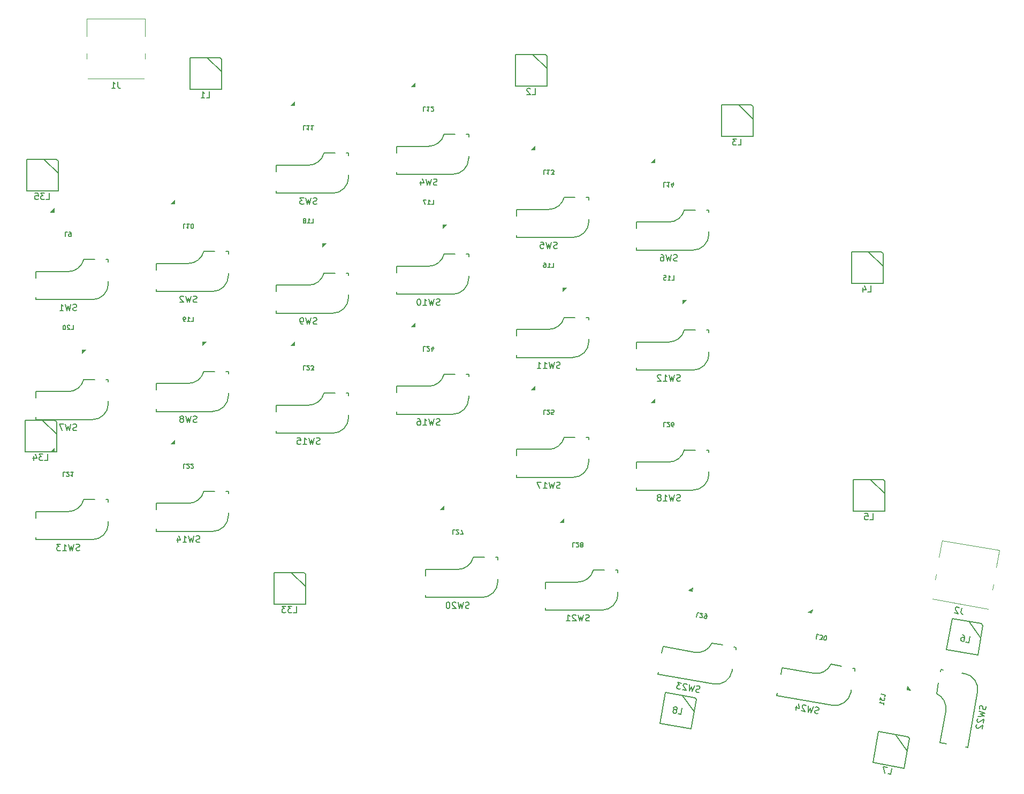
<source format=gbr>
%TF.GenerationSoftware,KiCad,Pcbnew,5.1.9*%
%TF.CreationDate,2021-05-05T06:58:16-05:00*%
%TF.ProjectId,monarch,6d6f6e61-7263-4682-9e6b-696361645f70,rev?*%
%TF.SameCoordinates,Original*%
%TF.FileFunction,Legend,Bot*%
%TF.FilePolarity,Positive*%
%FSLAX46Y46*%
G04 Gerber Fmt 4.6, Leading zero omitted, Abs format (unit mm)*
G04 Created by KiCad (PCBNEW 5.1.9) date 2021-05-05 06:58:16*
%MOMM*%
%LPD*%
G01*
G04 APERTURE LIST*
%ADD10C,0.120000*%
%ADD11C,0.200000*%
%ADD12C,0.150000*%
%ADD13C,0.100000*%
G04 APERTURE END LIST*
D10*
%TO.C,J2*%
X161361367Y-94665151D02*
X161517650Y-93778824D01*
X170411750Y-96260978D02*
X170568034Y-95374651D01*
X161986501Y-91119843D02*
X162460560Y-88431318D01*
X171036884Y-92715670D02*
X171510943Y-90027145D01*
X160944708Y-97719197D02*
X169758737Y-99273348D01*
X162460560Y-88431318D02*
X171510943Y-90027145D01*
D11*
%TO.C,L2*%
X95000640Y-11500640D02*
X95000640Y-16499360D01*
X95000000Y-16500000D02*
X100000000Y-16500000D01*
X99700000Y-11500000D02*
X100000000Y-11750000D01*
X100000000Y-11750000D02*
X100000000Y-16500000D01*
X99700000Y-11500000D02*
X95000000Y-11500000D01*
D12*
X97700000Y-11500000D02*
X100000000Y-13750000D01*
%TO.C,SW18*%
X125575000Y-74507000D02*
X125575000Y-74126000D01*
X114145000Y-77047000D02*
X114145000Y-76031000D01*
X114145000Y-76031000D02*
X119225000Y-76031000D01*
X121689162Y-74126000D02*
X123416000Y-74126000D01*
X125194000Y-74126000D02*
X125575000Y-74126000D01*
X125575000Y-77936000D02*
X125575000Y-77555000D01*
X123035000Y-80476000D02*
X114145000Y-80476000D01*
X114145000Y-80476000D02*
X114145000Y-80095000D01*
X125575000Y-77936000D02*
G75*
G02*
X123035000Y-80476000I-2540000J0D01*
G01*
X121689162Y-74107040D02*
G75*
G02*
X119225000Y-76031000I-2464162J616040D01*
G01*
D10*
%TO.C,J1*%
X27180000Y-5870000D02*
X36370000Y-5870000D01*
X27300000Y-15280000D02*
X36250000Y-15280000D01*
X36370000Y-8600000D02*
X36370000Y-5870000D01*
X27180000Y-8600000D02*
X27180000Y-5870000D01*
X36370000Y-12200000D02*
X36370000Y-11300000D01*
X27180000Y-12200000D02*
X27180000Y-11300000D01*
D12*
%TO.C,SW15*%
X68575000Y-65507000D02*
X68575000Y-65126000D01*
X57145000Y-68047000D02*
X57145000Y-67031000D01*
X57145000Y-67031000D02*
X62225000Y-67031000D01*
X64689162Y-65126000D02*
X66416000Y-65126000D01*
X68194000Y-65126000D02*
X68575000Y-65126000D01*
X68575000Y-68936000D02*
X68575000Y-68555000D01*
X66035000Y-71476000D02*
X57145000Y-71476000D01*
X57145000Y-71476000D02*
X57145000Y-71095000D01*
X68575000Y-68936000D02*
G75*
G02*
X66035000Y-71476000I-2540000J0D01*
G01*
X64689162Y-65107040D02*
G75*
G02*
X62225000Y-67031000I-2464162J616040D01*
G01*
%TO.C,SW22*%
X162623231Y-108922897D02*
X162248019Y-108856737D01*
X163139844Y-120620316D02*
X162139279Y-120443890D01*
X162139279Y-120443890D02*
X163021412Y-115441066D01*
X161573250Y-112683541D02*
X161873112Y-110982937D01*
X162181859Y-109231949D02*
X162248019Y-108856737D01*
X166000136Y-109518337D02*
X165624925Y-109452177D01*
X168060482Y-112460815D02*
X166516749Y-121215756D01*
X166516749Y-121215756D02*
X166141538Y-121149596D01*
X161554578Y-112680248D02*
G75*
G02*
X163021412Y-115441066I-1034578J-2319752D01*
G01*
X166000136Y-109518337D02*
G75*
G02*
X168060482Y-112460815I-441066J-2501412D01*
G01*
%TO.C,SW24*%
X136334244Y-112996749D02*
X136400404Y-112621538D01*
X145089185Y-114540482D02*
X136334244Y-112996749D01*
X148031663Y-112480136D02*
X148097823Y-112104925D01*
X148318051Y-108661859D02*
X148693263Y-108728019D01*
X144866459Y-108053250D02*
X146567063Y-108353112D01*
X137106110Y-108619279D02*
X142108934Y-109501412D01*
X136929684Y-109619844D02*
X137106110Y-108619279D01*
X148627103Y-109103231D02*
X148693263Y-108728019D01*
X148031663Y-112480136D02*
G75*
G02*
X145089185Y-114540482I-2501412J441066D01*
G01*
X144869752Y-108034578D02*
G75*
G02*
X142108934Y-109501412I-2319752J1034578D01*
G01*
%TO.C,SW23*%
X117534244Y-109646749D02*
X117600404Y-109271538D01*
X126289185Y-111190482D02*
X117534244Y-109646749D01*
X129231663Y-109130136D02*
X129297823Y-108754925D01*
X129518051Y-105311859D02*
X129893263Y-105378019D01*
X126066459Y-104703250D02*
X127767063Y-105003112D01*
X118306110Y-105269279D02*
X123308934Y-106151412D01*
X118129684Y-106269844D02*
X118306110Y-105269279D01*
X129827103Y-105753231D02*
X129893263Y-105378019D01*
X129231663Y-109130136D02*
G75*
G02*
X126289185Y-111190482I-2501412J441066D01*
G01*
X126069752Y-104684578D02*
G75*
G02*
X123308934Y-106151412I-2319752J1034578D01*
G01*
%TO.C,SW1*%
X30575000Y-44357000D02*
X30575000Y-43976000D01*
X19145000Y-46897000D02*
X19145000Y-45881000D01*
X19145000Y-45881000D02*
X24225000Y-45881000D01*
X26689162Y-43976000D02*
X28416000Y-43976000D01*
X30194000Y-43976000D02*
X30575000Y-43976000D01*
X30575000Y-47786000D02*
X30575000Y-47405000D01*
X28035000Y-50326000D02*
X19145000Y-50326000D01*
X19145000Y-50326000D02*
X19145000Y-49945000D01*
X30575000Y-47786000D02*
G75*
G02*
X28035000Y-50326000I-2540000J0D01*
G01*
X26689162Y-43957040D02*
G75*
G02*
X24225000Y-45881000I-2464162J616040D01*
G01*
%TO.C,SW2*%
X49575000Y-43057000D02*
X49575000Y-42676000D01*
X38145000Y-45597000D02*
X38145000Y-44581000D01*
X38145000Y-44581000D02*
X43225000Y-44581000D01*
X45689162Y-42676000D02*
X47416000Y-42676000D01*
X49194000Y-42676000D02*
X49575000Y-42676000D01*
X49575000Y-46486000D02*
X49575000Y-46105000D01*
X47035000Y-49026000D02*
X38145000Y-49026000D01*
X38145000Y-49026000D02*
X38145000Y-48645000D01*
X49575000Y-46486000D02*
G75*
G02*
X47035000Y-49026000I-2540000J0D01*
G01*
X45689162Y-42657040D02*
G75*
G02*
X43225000Y-44581000I-2464162J616040D01*
G01*
%TO.C,SW3*%
X68575000Y-27507000D02*
X68575000Y-27126000D01*
X57145000Y-30047000D02*
X57145000Y-29031000D01*
X57145000Y-29031000D02*
X62225000Y-29031000D01*
X64689162Y-27126000D02*
X66416000Y-27126000D01*
X68194000Y-27126000D02*
X68575000Y-27126000D01*
X68575000Y-30936000D02*
X68575000Y-30555000D01*
X66035000Y-33476000D02*
X57145000Y-33476000D01*
X57145000Y-33476000D02*
X57145000Y-33095000D01*
X68575000Y-30936000D02*
G75*
G02*
X66035000Y-33476000I-2540000J0D01*
G01*
X64689162Y-27107040D02*
G75*
G02*
X62225000Y-29031000I-2464162J616040D01*
G01*
%TO.C,SW4*%
X87575000Y-24507000D02*
X87575000Y-24126000D01*
X76145000Y-27047000D02*
X76145000Y-26031000D01*
X76145000Y-26031000D02*
X81225000Y-26031000D01*
X83689162Y-24126000D02*
X85416000Y-24126000D01*
X87194000Y-24126000D02*
X87575000Y-24126000D01*
X87575000Y-27936000D02*
X87575000Y-27555000D01*
X85035000Y-30476000D02*
X76145000Y-30476000D01*
X76145000Y-30476000D02*
X76145000Y-30095000D01*
X87575000Y-27936000D02*
G75*
G02*
X85035000Y-30476000I-2540000J0D01*
G01*
X83689162Y-24107040D02*
G75*
G02*
X81225000Y-26031000I-2464162J616040D01*
G01*
%TO.C,SW5*%
X95145000Y-40476000D02*
X95145000Y-40095000D01*
X104035000Y-40476000D02*
X95145000Y-40476000D01*
X106575000Y-37936000D02*
X106575000Y-37555000D01*
X106194000Y-34126000D02*
X106575000Y-34126000D01*
X102689162Y-34126000D02*
X104416000Y-34126000D01*
X95145000Y-36031000D02*
X100225000Y-36031000D01*
X95145000Y-37047000D02*
X95145000Y-36031000D01*
X106575000Y-34507000D02*
X106575000Y-34126000D01*
X102689162Y-34107040D02*
G75*
G02*
X100225000Y-36031000I-2464162J616040D01*
G01*
X106575000Y-37936000D02*
G75*
G02*
X104035000Y-40476000I-2540000J0D01*
G01*
%TO.C,SW6*%
X125575000Y-36507000D02*
X125575000Y-36126000D01*
X114145000Y-39047000D02*
X114145000Y-38031000D01*
X114145000Y-38031000D02*
X119225000Y-38031000D01*
X121689162Y-36126000D02*
X123416000Y-36126000D01*
X125194000Y-36126000D02*
X125575000Y-36126000D01*
X125575000Y-39936000D02*
X125575000Y-39555000D01*
X123035000Y-42476000D02*
X114145000Y-42476000D01*
X114145000Y-42476000D02*
X114145000Y-42095000D01*
X125575000Y-39936000D02*
G75*
G02*
X123035000Y-42476000I-2540000J0D01*
G01*
X121689162Y-36107040D02*
G75*
G02*
X119225000Y-38031000I-2464162J616040D01*
G01*
%TO.C,SW7*%
X30575000Y-63357000D02*
X30575000Y-62976000D01*
X19145000Y-65897000D02*
X19145000Y-64881000D01*
X19145000Y-64881000D02*
X24225000Y-64881000D01*
X26689162Y-62976000D02*
X28416000Y-62976000D01*
X30194000Y-62976000D02*
X30575000Y-62976000D01*
X30575000Y-66786000D02*
X30575000Y-66405000D01*
X28035000Y-69326000D02*
X19145000Y-69326000D01*
X19145000Y-69326000D02*
X19145000Y-68945000D01*
X30575000Y-66786000D02*
G75*
G02*
X28035000Y-69326000I-2540000J0D01*
G01*
X26689162Y-62957040D02*
G75*
G02*
X24225000Y-64881000I-2464162J616040D01*
G01*
%TO.C,SW8*%
X49575000Y-62057000D02*
X49575000Y-61676000D01*
X38145000Y-64597000D02*
X38145000Y-63581000D01*
X38145000Y-63581000D02*
X43225000Y-63581000D01*
X45689162Y-61676000D02*
X47416000Y-61676000D01*
X49194000Y-61676000D02*
X49575000Y-61676000D01*
X49575000Y-65486000D02*
X49575000Y-65105000D01*
X47035000Y-68026000D02*
X38145000Y-68026000D01*
X38145000Y-68026000D02*
X38145000Y-67645000D01*
X49575000Y-65486000D02*
G75*
G02*
X47035000Y-68026000I-2540000J0D01*
G01*
X45689162Y-61657040D02*
G75*
G02*
X43225000Y-63581000I-2464162J616040D01*
G01*
%TO.C,SW9*%
X68575000Y-46507000D02*
X68575000Y-46126000D01*
X57145000Y-49047000D02*
X57145000Y-48031000D01*
X57145000Y-48031000D02*
X62225000Y-48031000D01*
X64689162Y-46126000D02*
X66416000Y-46126000D01*
X68194000Y-46126000D02*
X68575000Y-46126000D01*
X68575000Y-49936000D02*
X68575000Y-49555000D01*
X66035000Y-52476000D02*
X57145000Y-52476000D01*
X57145000Y-52476000D02*
X57145000Y-52095000D01*
X68575000Y-49936000D02*
G75*
G02*
X66035000Y-52476000I-2540000J0D01*
G01*
X64689162Y-46107040D02*
G75*
G02*
X62225000Y-48031000I-2464162J616040D01*
G01*
%TO.C,SW10*%
X87575000Y-43507000D02*
X87575000Y-43126000D01*
X76145000Y-46047000D02*
X76145000Y-45031000D01*
X76145000Y-45031000D02*
X81225000Y-45031000D01*
X83689162Y-43126000D02*
X85416000Y-43126000D01*
X87194000Y-43126000D02*
X87575000Y-43126000D01*
X87575000Y-46936000D02*
X87575000Y-46555000D01*
X85035000Y-49476000D02*
X76145000Y-49476000D01*
X76145000Y-49476000D02*
X76145000Y-49095000D01*
X87575000Y-46936000D02*
G75*
G02*
X85035000Y-49476000I-2540000J0D01*
G01*
X83689162Y-43107040D02*
G75*
G02*
X81225000Y-45031000I-2464162J616040D01*
G01*
%TO.C,SW11*%
X106575000Y-53507000D02*
X106575000Y-53126000D01*
X95145000Y-56047000D02*
X95145000Y-55031000D01*
X95145000Y-55031000D02*
X100225000Y-55031000D01*
X102689162Y-53126000D02*
X104416000Y-53126000D01*
X106194000Y-53126000D02*
X106575000Y-53126000D01*
X106575000Y-56936000D02*
X106575000Y-56555000D01*
X104035000Y-59476000D02*
X95145000Y-59476000D01*
X95145000Y-59476000D02*
X95145000Y-59095000D01*
X106575000Y-56936000D02*
G75*
G02*
X104035000Y-59476000I-2540000J0D01*
G01*
X102689162Y-53107040D02*
G75*
G02*
X100225000Y-55031000I-2464162J616040D01*
G01*
%TO.C,SW12*%
X125575000Y-55507000D02*
X125575000Y-55126000D01*
X114145000Y-58047000D02*
X114145000Y-57031000D01*
X114145000Y-57031000D02*
X119225000Y-57031000D01*
X121689162Y-55126000D02*
X123416000Y-55126000D01*
X125194000Y-55126000D02*
X125575000Y-55126000D01*
X125575000Y-58936000D02*
X125575000Y-58555000D01*
X123035000Y-61476000D02*
X114145000Y-61476000D01*
X114145000Y-61476000D02*
X114145000Y-61095000D01*
X125575000Y-58936000D02*
G75*
G02*
X123035000Y-61476000I-2540000J0D01*
G01*
X121689162Y-55107040D02*
G75*
G02*
X119225000Y-57031000I-2464162J616040D01*
G01*
%TO.C,SW13*%
X30575000Y-82357000D02*
X30575000Y-81976000D01*
X19145000Y-84897000D02*
X19145000Y-83881000D01*
X19145000Y-83881000D02*
X24225000Y-83881000D01*
X26689162Y-81976000D02*
X28416000Y-81976000D01*
X30194000Y-81976000D02*
X30575000Y-81976000D01*
X30575000Y-85786000D02*
X30575000Y-85405000D01*
X28035000Y-88326000D02*
X19145000Y-88326000D01*
X19145000Y-88326000D02*
X19145000Y-87945000D01*
X30575000Y-85786000D02*
G75*
G02*
X28035000Y-88326000I-2540000J0D01*
G01*
X26689162Y-81957040D02*
G75*
G02*
X24225000Y-83881000I-2464162J616040D01*
G01*
%TO.C,SW14*%
X49575000Y-81057000D02*
X49575000Y-80676000D01*
X38145000Y-83597000D02*
X38145000Y-82581000D01*
X38145000Y-82581000D02*
X43225000Y-82581000D01*
X45689162Y-80676000D02*
X47416000Y-80676000D01*
X49194000Y-80676000D02*
X49575000Y-80676000D01*
X49575000Y-84486000D02*
X49575000Y-84105000D01*
X47035000Y-87026000D02*
X38145000Y-87026000D01*
X38145000Y-87026000D02*
X38145000Y-86645000D01*
X49575000Y-84486000D02*
G75*
G02*
X47035000Y-87026000I-2540000J0D01*
G01*
X45689162Y-80657040D02*
G75*
G02*
X43225000Y-82581000I-2464162J616040D01*
G01*
%TO.C,SW16*%
X87575000Y-62507000D02*
X87575000Y-62126000D01*
X76145000Y-65047000D02*
X76145000Y-64031000D01*
X76145000Y-64031000D02*
X81225000Y-64031000D01*
X83689162Y-62126000D02*
X85416000Y-62126000D01*
X87194000Y-62126000D02*
X87575000Y-62126000D01*
X87575000Y-65936000D02*
X87575000Y-65555000D01*
X85035000Y-68476000D02*
X76145000Y-68476000D01*
X76145000Y-68476000D02*
X76145000Y-68095000D01*
X87575000Y-65936000D02*
G75*
G02*
X85035000Y-68476000I-2540000J0D01*
G01*
X83689162Y-62107040D02*
G75*
G02*
X81225000Y-64031000I-2464162J616040D01*
G01*
%TO.C,SW17*%
X106575000Y-72507000D02*
X106575000Y-72126000D01*
X95145000Y-75047000D02*
X95145000Y-74031000D01*
X95145000Y-74031000D02*
X100225000Y-74031000D01*
X102689162Y-72126000D02*
X104416000Y-72126000D01*
X106194000Y-72126000D02*
X106575000Y-72126000D01*
X106575000Y-75936000D02*
X106575000Y-75555000D01*
X104035000Y-78476000D02*
X95145000Y-78476000D01*
X95145000Y-78476000D02*
X95145000Y-78095000D01*
X106575000Y-75936000D02*
G75*
G02*
X104035000Y-78476000I-2540000J0D01*
G01*
X102689162Y-72107040D02*
G75*
G02*
X100225000Y-74031000I-2464162J616040D01*
G01*
%TO.C,SW20*%
X92187500Y-91516000D02*
X92187500Y-91135000D01*
X80757500Y-94056000D02*
X80757500Y-93040000D01*
X80757500Y-93040000D02*
X85837500Y-93040000D01*
X88301662Y-91135000D02*
X90028500Y-91135000D01*
X91806500Y-91135000D02*
X92187500Y-91135000D01*
X92187500Y-94945000D02*
X92187500Y-94564000D01*
X89647500Y-97485000D02*
X80757500Y-97485000D01*
X80757500Y-97485000D02*
X80757500Y-97104000D01*
X92187500Y-94945000D02*
G75*
G02*
X89647500Y-97485000I-2540000J0D01*
G01*
X88301662Y-91116040D02*
G75*
G02*
X85837500Y-93040000I-2464162J616040D01*
G01*
%TO.C,SW21*%
X99757500Y-99485000D02*
X99757500Y-99104000D01*
X108647500Y-99485000D02*
X99757500Y-99485000D01*
X111187500Y-96945000D02*
X111187500Y-96564000D01*
X110806500Y-93135000D02*
X111187500Y-93135000D01*
X107301662Y-93135000D02*
X109028500Y-93135000D01*
X99757500Y-95040000D02*
X104837500Y-95040000D01*
X99757500Y-96056000D02*
X99757500Y-95040000D01*
X111187500Y-93516000D02*
X111187500Y-93135000D01*
X107301662Y-93116040D02*
G75*
G02*
X104837500Y-95040000I-2464162J616040D01*
G01*
X111187500Y-96945000D02*
G75*
G02*
X108647500Y-99485000I-2540000J0D01*
G01*
D11*
%TO.C,L35*%
X17660640Y-28090640D02*
X17660640Y-33089360D01*
X17660000Y-33090000D02*
X22660000Y-33090000D01*
X22360000Y-28090000D02*
X22660000Y-28340000D01*
X22660000Y-28340000D02*
X22660000Y-33090000D01*
X22360000Y-28090000D02*
X17660000Y-28090000D01*
D12*
X20360000Y-28090000D02*
X22660000Y-30340000D01*
%TO.C,L34*%
X20100000Y-69400000D02*
X22400000Y-71650000D01*
D11*
X22100000Y-69400000D02*
X17400000Y-69400000D01*
X22400000Y-69650000D02*
X22400000Y-74400000D01*
X22100000Y-69400000D02*
X22400000Y-69650000D01*
X17400000Y-74400000D02*
X22400000Y-74400000D01*
X17400640Y-69400640D02*
X17400640Y-74399360D01*
%TO.C,L33*%
X56770640Y-93510640D02*
X56770640Y-98509360D01*
X56770000Y-98510000D02*
X61770000Y-98510000D01*
X61470000Y-93510000D02*
X61770000Y-93760000D01*
X61770000Y-93760000D02*
X61770000Y-98510000D01*
X61470000Y-93510000D02*
X56770000Y-93510000D01*
D12*
X59470000Y-93510000D02*
X61770000Y-95760000D01*
D13*
%TO.C,L31*%
G36*
X156954946Y-111465646D02*
G01*
X156850757Y-112056530D01*
X157441641Y-112160719D01*
X156954946Y-111465646D01*
G37*
X156954946Y-111465646D02*
X156850757Y-112056530D01*
X157441641Y-112160719D01*
X156954946Y-111465646D01*
%TO.C,L30*%
G36*
X141235646Y-99835054D02*
G01*
X141826530Y-99939243D01*
X141930719Y-99348359D01*
X141235646Y-99835054D01*
G37*
X141235646Y-99835054D02*
X141826530Y-99939243D01*
X141930719Y-99348359D01*
X141235646Y-99835054D01*
%TO.C,L29*%
G36*
X122294150Y-96380857D02*
G01*
X122885034Y-96485046D01*
X122989223Y-95894162D01*
X122294150Y-96380857D01*
G37*
X122294150Y-96380857D02*
X122885034Y-96485046D01*
X122989223Y-95894162D01*
X122294150Y-96380857D01*
%TO.C,L28*%
G36*
X102037500Y-85600000D02*
G01*
X102637500Y-85600000D01*
X102637500Y-85000000D01*
X102037500Y-85600000D01*
G37*
X102037500Y-85600000D02*
X102637500Y-85600000D01*
X102637500Y-85000000D01*
X102037500Y-85600000D01*
%TO.C,L27*%
G36*
X83037500Y-83600000D02*
G01*
X83637500Y-83600000D01*
X83637500Y-83000000D01*
X83037500Y-83600000D01*
G37*
X83037500Y-83600000D02*
X83637500Y-83600000D01*
X83637500Y-83000000D01*
X83037500Y-83600000D01*
%TO.C,L26*%
G36*
X116425000Y-66591000D02*
G01*
X117025000Y-66591000D01*
X117025000Y-65991000D01*
X116425000Y-66591000D01*
G37*
X116425000Y-66591000D02*
X117025000Y-66591000D01*
X117025000Y-65991000D01*
X116425000Y-66591000D01*
%TO.C,L25*%
G36*
X97425000Y-64591000D02*
G01*
X98025000Y-64591000D01*
X98025000Y-63991000D01*
X97425000Y-64591000D01*
G37*
X97425000Y-64591000D02*
X98025000Y-64591000D01*
X98025000Y-63991000D01*
X97425000Y-64591000D01*
%TO.C,L24*%
G36*
X78425000Y-54591000D02*
G01*
X79025000Y-54591000D01*
X79025000Y-53991000D01*
X78425000Y-54591000D01*
G37*
X78425000Y-54591000D02*
X79025000Y-54591000D01*
X79025000Y-53991000D01*
X78425000Y-54591000D01*
%TO.C,L23*%
G36*
X59425000Y-57591000D02*
G01*
X60025000Y-57591000D01*
X60025000Y-56991000D01*
X59425000Y-57591000D01*
G37*
X59425000Y-57591000D02*
X60025000Y-57591000D01*
X60025000Y-56991000D01*
X59425000Y-57591000D01*
%TO.C,L22*%
G36*
X40425000Y-73141000D02*
G01*
X41025000Y-73141000D01*
X41025000Y-72541000D01*
X40425000Y-73141000D01*
G37*
X40425000Y-73141000D02*
X41025000Y-73141000D01*
X41025000Y-72541000D01*
X40425000Y-73141000D01*
%TO.C,L21*%
G36*
X21425000Y-74441000D02*
G01*
X22025000Y-74441000D01*
X22025000Y-73841000D01*
X21425000Y-74441000D01*
G37*
X21425000Y-74441000D02*
X22025000Y-74441000D01*
X22025000Y-73841000D01*
X21425000Y-74441000D01*
%TO.C,L20*%
G36*
X27025000Y-58241000D02*
G01*
X26425000Y-58241000D01*
X26425000Y-58841000D01*
X27025000Y-58241000D01*
G37*
X27025000Y-58241000D02*
X26425000Y-58241000D01*
X26425000Y-58841000D01*
X27025000Y-58241000D01*
%TO.C,L19*%
G36*
X46025000Y-56941000D02*
G01*
X45425000Y-56941000D01*
X45425000Y-57541000D01*
X46025000Y-56941000D01*
G37*
X46025000Y-56941000D02*
X45425000Y-56941000D01*
X45425000Y-57541000D01*
X46025000Y-56941000D01*
%TO.C,L18*%
G36*
X65025000Y-41391000D02*
G01*
X64425000Y-41391000D01*
X64425000Y-41991000D01*
X65025000Y-41391000D01*
G37*
X65025000Y-41391000D02*
X64425000Y-41391000D01*
X64425000Y-41991000D01*
X65025000Y-41391000D01*
%TO.C,L17*%
G36*
X84025000Y-38391000D02*
G01*
X83425000Y-38391000D01*
X83425000Y-38991000D01*
X84025000Y-38391000D01*
G37*
X84025000Y-38391000D02*
X83425000Y-38391000D01*
X83425000Y-38991000D01*
X84025000Y-38391000D01*
%TO.C,L16*%
G36*
X103025000Y-48391000D02*
G01*
X102425000Y-48391000D01*
X102425000Y-48991000D01*
X103025000Y-48391000D01*
G37*
X103025000Y-48391000D02*
X102425000Y-48391000D01*
X102425000Y-48991000D01*
X103025000Y-48391000D01*
%TO.C,L15*%
G36*
X122025000Y-50391000D02*
G01*
X121425000Y-50391000D01*
X121425000Y-50991000D01*
X122025000Y-50391000D01*
G37*
X122025000Y-50391000D02*
X121425000Y-50391000D01*
X121425000Y-50991000D01*
X122025000Y-50391000D01*
%TO.C,L14*%
G36*
X116425000Y-28591000D02*
G01*
X117025000Y-28591000D01*
X117025000Y-27991000D01*
X116425000Y-28591000D01*
G37*
X116425000Y-28591000D02*
X117025000Y-28591000D01*
X117025000Y-27991000D01*
X116425000Y-28591000D01*
%TO.C,L13*%
G36*
X97425000Y-26591000D02*
G01*
X98025000Y-26591000D01*
X98025000Y-25991000D01*
X97425000Y-26591000D01*
G37*
X97425000Y-26591000D02*
X98025000Y-26591000D01*
X98025000Y-25991000D01*
X97425000Y-26591000D01*
%TO.C,L12*%
G36*
X78425000Y-16591000D02*
G01*
X79025000Y-16591000D01*
X79025000Y-15991000D01*
X78425000Y-16591000D01*
G37*
X78425000Y-16591000D02*
X79025000Y-16591000D01*
X79025000Y-15991000D01*
X78425000Y-16591000D01*
%TO.C,L11*%
G36*
X59425000Y-19591000D02*
G01*
X60025000Y-19591000D01*
X60025000Y-18991000D01*
X59425000Y-19591000D01*
G37*
X59425000Y-19591000D02*
X60025000Y-19591000D01*
X60025000Y-18991000D01*
X59425000Y-19591000D01*
%TO.C,L10*%
G36*
X40425000Y-35141000D02*
G01*
X41025000Y-35141000D01*
X41025000Y-34541000D01*
X40425000Y-35141000D01*
G37*
X40425000Y-35141000D02*
X41025000Y-35141000D01*
X41025000Y-34541000D01*
X40425000Y-35141000D01*
%TO.C,L9*%
G36*
X21425000Y-36441000D02*
G01*
X22025000Y-36441000D01*
X22025000Y-35841000D01*
X21425000Y-36441000D01*
G37*
X21425000Y-36441000D02*
X22025000Y-36441000D01*
X22025000Y-35841000D01*
X21425000Y-36441000D01*
D11*
%TO.C,L8*%
X118682620Y-112504602D02*
X117814602Y-117427380D01*
X117813860Y-117427899D02*
X122737899Y-118296140D01*
X123310698Y-113320007D02*
X123562728Y-113618303D01*
X123562728Y-113618303D02*
X122737899Y-118296140D01*
X123310698Y-113320007D02*
X118682101Y-112503860D01*
D12*
X121341082Y-112972710D02*
X123215431Y-115587919D01*
D11*
%TO.C,L7*%
X152402620Y-118704602D02*
X151534602Y-123627380D01*
X151533860Y-123627899D02*
X156457899Y-124496140D01*
X157030698Y-119520007D02*
X157282728Y-119818303D01*
X157282728Y-119818303D02*
X156457899Y-124496140D01*
X157030698Y-119520007D02*
X152402101Y-118703860D01*
D12*
X155061082Y-119172710D02*
X156935431Y-121787919D01*
D11*
%TO.C,L6*%
X164032620Y-100814602D02*
X163164602Y-105737380D01*
X163163860Y-105737899D02*
X168087899Y-106606140D01*
X168660698Y-101630007D02*
X168912728Y-101928303D01*
X168912728Y-101928303D02*
X168087899Y-106606140D01*
X168660698Y-101630007D02*
X164032101Y-100813860D01*
D12*
X166691082Y-101282710D02*
X168565431Y-103897919D01*
D11*
%TO.C,L5*%
X148420640Y-78790640D02*
X148420640Y-83789360D01*
X148420000Y-83790000D02*
X153420000Y-83790000D01*
X153120000Y-78790000D02*
X153420000Y-79040000D01*
X153420000Y-79040000D02*
X153420000Y-83790000D01*
X153120000Y-78790000D02*
X148420000Y-78790000D01*
D12*
X151120000Y-78790000D02*
X153420000Y-81040000D01*
D11*
%TO.C,L4*%
X148110640Y-42750640D02*
X148110640Y-47749360D01*
X148110000Y-47750000D02*
X153110000Y-47750000D01*
X152810000Y-42750000D02*
X153110000Y-43000000D01*
X153110000Y-43000000D02*
X153110000Y-47750000D01*
X152810000Y-42750000D02*
X148110000Y-42750000D01*
D12*
X150810000Y-42750000D02*
X153110000Y-45000000D01*
D11*
%TO.C,L3*%
X127570640Y-19490640D02*
X127570640Y-24489360D01*
X127570000Y-24490000D02*
X132570000Y-24490000D01*
X132270000Y-19490000D02*
X132570000Y-19740000D01*
X132570000Y-19740000D02*
X132570000Y-24490000D01*
X132270000Y-19490000D02*
X127570000Y-19490000D01*
D12*
X130270000Y-19490000D02*
X132570000Y-21740000D01*
D11*
%TO.C,L1*%
X43500640Y-12000640D02*
X43500640Y-16999360D01*
X43500000Y-17000000D02*
X48500000Y-17000000D01*
X48200000Y-12000000D02*
X48500000Y-12250000D01*
X48500000Y-12250000D02*
X48500000Y-17000000D01*
X48200000Y-12000000D02*
X43500000Y-12000000D01*
D12*
X46200000Y-12000000D02*
X48500000Y-14250000D01*
%TO.C,J2*%
X165580598Y-99117840D02*
X165456563Y-99821274D01*
X165478652Y-99970230D01*
X165555905Y-100080559D01*
X165688323Y-100152261D01*
X165782114Y-100168799D01*
X165141999Y-99137210D02*
X165103373Y-99082046D01*
X165017851Y-99018612D01*
X164783372Y-98977267D01*
X164681312Y-99007625D01*
X164626148Y-99046252D01*
X164562714Y-99131774D01*
X164546176Y-99225565D01*
X164568265Y-99374521D01*
X165031785Y-100036496D01*
X164422142Y-99928999D01*
%TO.C,L2*%
D11*
X97606666Y-17862380D02*
X98082857Y-17862380D01*
X98082857Y-16862380D01*
X97320952Y-16957619D02*
X97273333Y-16910000D01*
X97178095Y-16862380D01*
X96940000Y-16862380D01*
X96844761Y-16910000D01*
X96797142Y-16957619D01*
X96749523Y-17052857D01*
X96749523Y-17148095D01*
X96797142Y-17290952D01*
X97368571Y-17862380D01*
X96749523Y-17862380D01*
%TO.C,SW18*%
D12*
X121034523Y-82150761D02*
X120891666Y-82198380D01*
X120653571Y-82198380D01*
X120558333Y-82150761D01*
X120510714Y-82103142D01*
X120463095Y-82007904D01*
X120463095Y-81912666D01*
X120510714Y-81817428D01*
X120558333Y-81769809D01*
X120653571Y-81722190D01*
X120844047Y-81674571D01*
X120939285Y-81626952D01*
X120986904Y-81579333D01*
X121034523Y-81484095D01*
X121034523Y-81388857D01*
X120986904Y-81293619D01*
X120939285Y-81246000D01*
X120844047Y-81198380D01*
X120605952Y-81198380D01*
X120463095Y-81246000D01*
X120129761Y-81198380D02*
X119891666Y-82198380D01*
X119701190Y-81484095D01*
X119510714Y-82198380D01*
X119272619Y-81198380D01*
X118367857Y-82198380D02*
X118939285Y-82198380D01*
X118653571Y-82198380D02*
X118653571Y-81198380D01*
X118748809Y-81341238D01*
X118844047Y-81436476D01*
X118939285Y-81484095D01*
X117796428Y-81626952D02*
X117891666Y-81579333D01*
X117939285Y-81531714D01*
X117986904Y-81436476D01*
X117986904Y-81388857D01*
X117939285Y-81293619D01*
X117891666Y-81246000D01*
X117796428Y-81198380D01*
X117605952Y-81198380D01*
X117510714Y-81246000D01*
X117463095Y-81293619D01*
X117415476Y-81388857D01*
X117415476Y-81436476D01*
X117463095Y-81531714D01*
X117510714Y-81579333D01*
X117605952Y-81626952D01*
X117796428Y-81626952D01*
X117891666Y-81674571D01*
X117939285Y-81722190D01*
X117986904Y-81817428D01*
X117986904Y-82007904D01*
X117939285Y-82103142D01*
X117891666Y-82150761D01*
X117796428Y-82198380D01*
X117605952Y-82198380D01*
X117510714Y-82150761D01*
X117463095Y-82103142D01*
X117415476Y-82007904D01*
X117415476Y-81817428D01*
X117463095Y-81722190D01*
X117510714Y-81674571D01*
X117605952Y-81626952D01*
%TO.C,J1*%
X32108333Y-15852380D02*
X32108333Y-16566666D01*
X32155952Y-16709523D01*
X32251190Y-16804761D01*
X32394047Y-16852380D01*
X32489285Y-16852380D01*
X31108333Y-16852380D02*
X31679761Y-16852380D01*
X31394047Y-16852380D02*
X31394047Y-15852380D01*
X31489285Y-15995238D01*
X31584523Y-16090476D01*
X31679761Y-16138095D01*
%TO.C,SW15*%
X64034523Y-73150761D02*
X63891666Y-73198380D01*
X63653571Y-73198380D01*
X63558333Y-73150761D01*
X63510714Y-73103142D01*
X63463095Y-73007904D01*
X63463095Y-72912666D01*
X63510714Y-72817428D01*
X63558333Y-72769809D01*
X63653571Y-72722190D01*
X63844047Y-72674571D01*
X63939285Y-72626952D01*
X63986904Y-72579333D01*
X64034523Y-72484095D01*
X64034523Y-72388857D01*
X63986904Y-72293619D01*
X63939285Y-72246000D01*
X63844047Y-72198380D01*
X63605952Y-72198380D01*
X63463095Y-72246000D01*
X63129761Y-72198380D02*
X62891666Y-73198380D01*
X62701190Y-72484095D01*
X62510714Y-73198380D01*
X62272619Y-72198380D01*
X61367857Y-73198380D02*
X61939285Y-73198380D01*
X61653571Y-73198380D02*
X61653571Y-72198380D01*
X61748809Y-72341238D01*
X61844047Y-72436476D01*
X61939285Y-72484095D01*
X60463095Y-72198380D02*
X60939285Y-72198380D01*
X60986904Y-72674571D01*
X60939285Y-72626952D01*
X60844047Y-72579333D01*
X60605952Y-72579333D01*
X60510714Y-72626952D01*
X60463095Y-72674571D01*
X60415476Y-72769809D01*
X60415476Y-73007904D01*
X60463095Y-73103142D01*
X60510714Y-73150761D01*
X60605952Y-73198380D01*
X60844047Y-73198380D01*
X60939285Y-73150761D01*
X60986904Y-73103142D01*
%TO.C,SW22*%
X169362421Y-114721719D02*
X169384509Y-114870674D01*
X169343165Y-115105152D01*
X169279731Y-115190675D01*
X169224566Y-115229301D01*
X169122506Y-115259659D01*
X169028715Y-115243121D01*
X168943193Y-115179688D01*
X168904566Y-115124523D01*
X168874209Y-115022463D01*
X168860389Y-114826611D01*
X168830031Y-114724551D01*
X168791404Y-114669387D01*
X168705882Y-114605953D01*
X168612091Y-114589415D01*
X168510031Y-114619773D01*
X168454866Y-114658400D01*
X168391433Y-114743922D01*
X168350088Y-114978400D01*
X168372177Y-115127356D01*
X168267398Y-115447356D02*
X169210861Y-115855482D01*
X168474351Y-115919030D01*
X169144710Y-116230647D01*
X168118557Y-116291477D01*
X168154465Y-116636284D02*
X168099301Y-116674911D01*
X168035867Y-116760433D01*
X167994523Y-116994911D01*
X168024880Y-117096971D01*
X168063507Y-117152136D01*
X168149029Y-117215569D01*
X168242820Y-117232107D01*
X168391776Y-117210018D01*
X169053751Y-116746499D01*
X168946254Y-117356142D01*
X167989086Y-117574196D02*
X167933922Y-117612823D01*
X167870488Y-117698345D01*
X167829143Y-117932823D01*
X167859501Y-118034883D01*
X167898128Y-118090048D01*
X167983650Y-118153481D01*
X168077441Y-118170019D01*
X168226397Y-118147931D01*
X168888372Y-117684411D01*
X168780875Y-118294054D01*
%TO.C,SW24*%
X142828280Y-115842421D02*
X142679325Y-115864509D01*
X142444847Y-115823165D01*
X142359324Y-115759731D01*
X142320698Y-115704566D01*
X142290340Y-115602506D01*
X142306878Y-115508715D01*
X142370311Y-115423193D01*
X142425476Y-115384566D01*
X142527536Y-115354209D01*
X142723388Y-115340389D01*
X142825448Y-115310031D01*
X142880612Y-115271404D01*
X142944046Y-115185882D01*
X142960584Y-115092091D01*
X142930226Y-114990031D01*
X142891599Y-114934866D01*
X142806077Y-114871433D01*
X142571599Y-114830088D01*
X142422643Y-114852177D01*
X142102643Y-114747398D02*
X141694517Y-115690861D01*
X141630969Y-114954351D01*
X141319352Y-115624710D01*
X141258522Y-114598557D01*
X140913715Y-114634465D02*
X140875088Y-114579301D01*
X140789566Y-114515867D01*
X140555088Y-114474523D01*
X140453028Y-114504880D01*
X140397863Y-114543507D01*
X140334430Y-114629029D01*
X140317892Y-114722820D01*
X140339981Y-114871776D01*
X140803500Y-115533751D01*
X140193857Y-115426254D01*
X139465502Y-114620875D02*
X139349737Y-115277413D01*
X139766132Y-114287055D02*
X139876575Y-115031834D01*
X139266932Y-114924337D01*
%TO.C,SW23*%
X124028280Y-112492421D02*
X123879325Y-112514509D01*
X123644847Y-112473165D01*
X123559324Y-112409731D01*
X123520698Y-112354566D01*
X123490340Y-112252506D01*
X123506878Y-112158715D01*
X123570311Y-112073193D01*
X123625476Y-112034566D01*
X123727536Y-112004209D01*
X123923388Y-111990389D01*
X124025448Y-111960031D01*
X124080612Y-111921404D01*
X124144046Y-111835882D01*
X124160584Y-111742091D01*
X124130226Y-111640031D01*
X124091599Y-111584866D01*
X124006077Y-111521433D01*
X123771599Y-111480088D01*
X123622643Y-111502177D01*
X123302643Y-111397398D02*
X122894517Y-112340861D01*
X122830969Y-111604351D01*
X122519352Y-112274710D01*
X122458522Y-111248557D01*
X122113715Y-111284465D02*
X122075088Y-111229301D01*
X121989566Y-111165867D01*
X121755088Y-111124523D01*
X121653028Y-111154880D01*
X121597863Y-111193507D01*
X121534430Y-111279029D01*
X121517892Y-111372820D01*
X121539981Y-111521776D01*
X122003500Y-112183751D01*
X121393857Y-112076254D01*
X121239236Y-111033564D02*
X120629593Y-110926068D01*
X120891711Y-111359115D01*
X120751024Y-111334308D01*
X120648964Y-111364666D01*
X120593799Y-111403293D01*
X120530366Y-111488815D01*
X120489021Y-111723293D01*
X120519379Y-111825353D01*
X120558005Y-111880518D01*
X120643528Y-111943951D01*
X120924901Y-111993565D01*
X121026962Y-111963207D01*
X121082126Y-111924581D01*
%TO.C,SW1*%
X25558333Y-52000761D02*
X25415476Y-52048380D01*
X25177380Y-52048380D01*
X25082142Y-52000761D01*
X25034523Y-51953142D01*
X24986904Y-51857904D01*
X24986904Y-51762666D01*
X25034523Y-51667428D01*
X25082142Y-51619809D01*
X25177380Y-51572190D01*
X25367857Y-51524571D01*
X25463095Y-51476952D01*
X25510714Y-51429333D01*
X25558333Y-51334095D01*
X25558333Y-51238857D01*
X25510714Y-51143619D01*
X25463095Y-51096000D01*
X25367857Y-51048380D01*
X25129761Y-51048380D01*
X24986904Y-51096000D01*
X24653571Y-51048380D02*
X24415476Y-52048380D01*
X24225000Y-51334095D01*
X24034523Y-52048380D01*
X23796428Y-51048380D01*
X22891666Y-52048380D02*
X23463095Y-52048380D01*
X23177380Y-52048380D02*
X23177380Y-51048380D01*
X23272619Y-51191238D01*
X23367857Y-51286476D01*
X23463095Y-51334095D01*
%TO.C,SW2*%
X44558333Y-50700761D02*
X44415476Y-50748380D01*
X44177380Y-50748380D01*
X44082142Y-50700761D01*
X44034523Y-50653142D01*
X43986904Y-50557904D01*
X43986904Y-50462666D01*
X44034523Y-50367428D01*
X44082142Y-50319809D01*
X44177380Y-50272190D01*
X44367857Y-50224571D01*
X44463095Y-50176952D01*
X44510714Y-50129333D01*
X44558333Y-50034095D01*
X44558333Y-49938857D01*
X44510714Y-49843619D01*
X44463095Y-49796000D01*
X44367857Y-49748380D01*
X44129761Y-49748380D01*
X43986904Y-49796000D01*
X43653571Y-49748380D02*
X43415476Y-50748380D01*
X43225000Y-50034095D01*
X43034523Y-50748380D01*
X42796428Y-49748380D01*
X42463095Y-49843619D02*
X42415476Y-49796000D01*
X42320238Y-49748380D01*
X42082142Y-49748380D01*
X41986904Y-49796000D01*
X41939285Y-49843619D01*
X41891666Y-49938857D01*
X41891666Y-50034095D01*
X41939285Y-50176952D01*
X42510714Y-50748380D01*
X41891666Y-50748380D01*
%TO.C,SW3*%
X63558333Y-35150761D02*
X63415476Y-35198380D01*
X63177380Y-35198380D01*
X63082142Y-35150761D01*
X63034523Y-35103142D01*
X62986904Y-35007904D01*
X62986904Y-34912666D01*
X63034523Y-34817428D01*
X63082142Y-34769809D01*
X63177380Y-34722190D01*
X63367857Y-34674571D01*
X63463095Y-34626952D01*
X63510714Y-34579333D01*
X63558333Y-34484095D01*
X63558333Y-34388857D01*
X63510714Y-34293619D01*
X63463095Y-34246000D01*
X63367857Y-34198380D01*
X63129761Y-34198380D01*
X62986904Y-34246000D01*
X62653571Y-34198380D02*
X62415476Y-35198380D01*
X62225000Y-34484095D01*
X62034523Y-35198380D01*
X61796428Y-34198380D01*
X61510714Y-34198380D02*
X60891666Y-34198380D01*
X61225000Y-34579333D01*
X61082142Y-34579333D01*
X60986904Y-34626952D01*
X60939285Y-34674571D01*
X60891666Y-34769809D01*
X60891666Y-35007904D01*
X60939285Y-35103142D01*
X60986904Y-35150761D01*
X61082142Y-35198380D01*
X61367857Y-35198380D01*
X61463095Y-35150761D01*
X61510714Y-35103142D01*
%TO.C,SW4*%
X82558333Y-32150761D02*
X82415476Y-32198380D01*
X82177380Y-32198380D01*
X82082142Y-32150761D01*
X82034523Y-32103142D01*
X81986904Y-32007904D01*
X81986904Y-31912666D01*
X82034523Y-31817428D01*
X82082142Y-31769809D01*
X82177380Y-31722190D01*
X82367857Y-31674571D01*
X82463095Y-31626952D01*
X82510714Y-31579333D01*
X82558333Y-31484095D01*
X82558333Y-31388857D01*
X82510714Y-31293619D01*
X82463095Y-31246000D01*
X82367857Y-31198380D01*
X82129761Y-31198380D01*
X81986904Y-31246000D01*
X81653571Y-31198380D02*
X81415476Y-32198380D01*
X81225000Y-31484095D01*
X81034523Y-32198380D01*
X80796428Y-31198380D01*
X79986904Y-31531714D02*
X79986904Y-32198380D01*
X80225000Y-31150761D02*
X80463095Y-31865047D01*
X79844047Y-31865047D01*
%TO.C,SW5*%
X101558333Y-42150761D02*
X101415476Y-42198380D01*
X101177380Y-42198380D01*
X101082142Y-42150761D01*
X101034523Y-42103142D01*
X100986904Y-42007904D01*
X100986904Y-41912666D01*
X101034523Y-41817428D01*
X101082142Y-41769809D01*
X101177380Y-41722190D01*
X101367857Y-41674571D01*
X101463095Y-41626952D01*
X101510714Y-41579333D01*
X101558333Y-41484095D01*
X101558333Y-41388857D01*
X101510714Y-41293619D01*
X101463095Y-41246000D01*
X101367857Y-41198380D01*
X101129761Y-41198380D01*
X100986904Y-41246000D01*
X100653571Y-41198380D02*
X100415476Y-42198380D01*
X100225000Y-41484095D01*
X100034523Y-42198380D01*
X99796428Y-41198380D01*
X98939285Y-41198380D02*
X99415476Y-41198380D01*
X99463095Y-41674571D01*
X99415476Y-41626952D01*
X99320238Y-41579333D01*
X99082142Y-41579333D01*
X98986904Y-41626952D01*
X98939285Y-41674571D01*
X98891666Y-41769809D01*
X98891666Y-42007904D01*
X98939285Y-42103142D01*
X98986904Y-42150761D01*
X99082142Y-42198380D01*
X99320238Y-42198380D01*
X99415476Y-42150761D01*
X99463095Y-42103142D01*
%TO.C,SW6*%
X120558333Y-44150761D02*
X120415476Y-44198380D01*
X120177380Y-44198380D01*
X120082142Y-44150761D01*
X120034523Y-44103142D01*
X119986904Y-44007904D01*
X119986904Y-43912666D01*
X120034523Y-43817428D01*
X120082142Y-43769809D01*
X120177380Y-43722190D01*
X120367857Y-43674571D01*
X120463095Y-43626952D01*
X120510714Y-43579333D01*
X120558333Y-43484095D01*
X120558333Y-43388857D01*
X120510714Y-43293619D01*
X120463095Y-43246000D01*
X120367857Y-43198380D01*
X120129761Y-43198380D01*
X119986904Y-43246000D01*
X119653571Y-43198380D02*
X119415476Y-44198380D01*
X119225000Y-43484095D01*
X119034523Y-44198380D01*
X118796428Y-43198380D01*
X117986904Y-43198380D02*
X118177380Y-43198380D01*
X118272619Y-43246000D01*
X118320238Y-43293619D01*
X118415476Y-43436476D01*
X118463095Y-43626952D01*
X118463095Y-44007904D01*
X118415476Y-44103142D01*
X118367857Y-44150761D01*
X118272619Y-44198380D01*
X118082142Y-44198380D01*
X117986904Y-44150761D01*
X117939285Y-44103142D01*
X117891666Y-44007904D01*
X117891666Y-43769809D01*
X117939285Y-43674571D01*
X117986904Y-43626952D01*
X118082142Y-43579333D01*
X118272619Y-43579333D01*
X118367857Y-43626952D01*
X118415476Y-43674571D01*
X118463095Y-43769809D01*
%TO.C,SW7*%
X25558333Y-71000761D02*
X25415476Y-71048380D01*
X25177380Y-71048380D01*
X25082142Y-71000761D01*
X25034523Y-70953142D01*
X24986904Y-70857904D01*
X24986904Y-70762666D01*
X25034523Y-70667428D01*
X25082142Y-70619809D01*
X25177380Y-70572190D01*
X25367857Y-70524571D01*
X25463095Y-70476952D01*
X25510714Y-70429333D01*
X25558333Y-70334095D01*
X25558333Y-70238857D01*
X25510714Y-70143619D01*
X25463095Y-70096000D01*
X25367857Y-70048380D01*
X25129761Y-70048380D01*
X24986904Y-70096000D01*
X24653571Y-70048380D02*
X24415476Y-71048380D01*
X24225000Y-70334095D01*
X24034523Y-71048380D01*
X23796428Y-70048380D01*
X23510714Y-70048380D02*
X22844047Y-70048380D01*
X23272619Y-71048380D01*
%TO.C,SW8*%
X44558333Y-69700761D02*
X44415476Y-69748380D01*
X44177380Y-69748380D01*
X44082142Y-69700761D01*
X44034523Y-69653142D01*
X43986904Y-69557904D01*
X43986904Y-69462666D01*
X44034523Y-69367428D01*
X44082142Y-69319809D01*
X44177380Y-69272190D01*
X44367857Y-69224571D01*
X44463095Y-69176952D01*
X44510714Y-69129333D01*
X44558333Y-69034095D01*
X44558333Y-68938857D01*
X44510714Y-68843619D01*
X44463095Y-68796000D01*
X44367857Y-68748380D01*
X44129761Y-68748380D01*
X43986904Y-68796000D01*
X43653571Y-68748380D02*
X43415476Y-69748380D01*
X43225000Y-69034095D01*
X43034523Y-69748380D01*
X42796428Y-68748380D01*
X42272619Y-69176952D02*
X42367857Y-69129333D01*
X42415476Y-69081714D01*
X42463095Y-68986476D01*
X42463095Y-68938857D01*
X42415476Y-68843619D01*
X42367857Y-68796000D01*
X42272619Y-68748380D01*
X42082142Y-68748380D01*
X41986904Y-68796000D01*
X41939285Y-68843619D01*
X41891666Y-68938857D01*
X41891666Y-68986476D01*
X41939285Y-69081714D01*
X41986904Y-69129333D01*
X42082142Y-69176952D01*
X42272619Y-69176952D01*
X42367857Y-69224571D01*
X42415476Y-69272190D01*
X42463095Y-69367428D01*
X42463095Y-69557904D01*
X42415476Y-69653142D01*
X42367857Y-69700761D01*
X42272619Y-69748380D01*
X42082142Y-69748380D01*
X41986904Y-69700761D01*
X41939285Y-69653142D01*
X41891666Y-69557904D01*
X41891666Y-69367428D01*
X41939285Y-69272190D01*
X41986904Y-69224571D01*
X42082142Y-69176952D01*
%TO.C,SW9*%
X63558333Y-54150761D02*
X63415476Y-54198380D01*
X63177380Y-54198380D01*
X63082142Y-54150761D01*
X63034523Y-54103142D01*
X62986904Y-54007904D01*
X62986904Y-53912666D01*
X63034523Y-53817428D01*
X63082142Y-53769809D01*
X63177380Y-53722190D01*
X63367857Y-53674571D01*
X63463095Y-53626952D01*
X63510714Y-53579333D01*
X63558333Y-53484095D01*
X63558333Y-53388857D01*
X63510714Y-53293619D01*
X63463095Y-53246000D01*
X63367857Y-53198380D01*
X63129761Y-53198380D01*
X62986904Y-53246000D01*
X62653571Y-53198380D02*
X62415476Y-54198380D01*
X62225000Y-53484095D01*
X62034523Y-54198380D01*
X61796428Y-53198380D01*
X61367857Y-54198380D02*
X61177380Y-54198380D01*
X61082142Y-54150761D01*
X61034523Y-54103142D01*
X60939285Y-53960285D01*
X60891666Y-53769809D01*
X60891666Y-53388857D01*
X60939285Y-53293619D01*
X60986904Y-53246000D01*
X61082142Y-53198380D01*
X61272619Y-53198380D01*
X61367857Y-53246000D01*
X61415476Y-53293619D01*
X61463095Y-53388857D01*
X61463095Y-53626952D01*
X61415476Y-53722190D01*
X61367857Y-53769809D01*
X61272619Y-53817428D01*
X61082142Y-53817428D01*
X60986904Y-53769809D01*
X60939285Y-53722190D01*
X60891666Y-53626952D01*
%TO.C,SW10*%
X83034523Y-51150761D02*
X82891666Y-51198380D01*
X82653571Y-51198380D01*
X82558333Y-51150761D01*
X82510714Y-51103142D01*
X82463095Y-51007904D01*
X82463095Y-50912666D01*
X82510714Y-50817428D01*
X82558333Y-50769809D01*
X82653571Y-50722190D01*
X82844047Y-50674571D01*
X82939285Y-50626952D01*
X82986904Y-50579333D01*
X83034523Y-50484095D01*
X83034523Y-50388857D01*
X82986904Y-50293619D01*
X82939285Y-50246000D01*
X82844047Y-50198380D01*
X82605952Y-50198380D01*
X82463095Y-50246000D01*
X82129761Y-50198380D02*
X81891666Y-51198380D01*
X81701190Y-50484095D01*
X81510714Y-51198380D01*
X81272619Y-50198380D01*
X80367857Y-51198380D02*
X80939285Y-51198380D01*
X80653571Y-51198380D02*
X80653571Y-50198380D01*
X80748809Y-50341238D01*
X80844047Y-50436476D01*
X80939285Y-50484095D01*
X79748809Y-50198380D02*
X79653571Y-50198380D01*
X79558333Y-50246000D01*
X79510714Y-50293619D01*
X79463095Y-50388857D01*
X79415476Y-50579333D01*
X79415476Y-50817428D01*
X79463095Y-51007904D01*
X79510714Y-51103142D01*
X79558333Y-51150761D01*
X79653571Y-51198380D01*
X79748809Y-51198380D01*
X79844047Y-51150761D01*
X79891666Y-51103142D01*
X79939285Y-51007904D01*
X79986904Y-50817428D01*
X79986904Y-50579333D01*
X79939285Y-50388857D01*
X79891666Y-50293619D01*
X79844047Y-50246000D01*
X79748809Y-50198380D01*
%TO.C,SW11*%
X102034523Y-61150761D02*
X101891666Y-61198380D01*
X101653571Y-61198380D01*
X101558333Y-61150761D01*
X101510714Y-61103142D01*
X101463095Y-61007904D01*
X101463095Y-60912666D01*
X101510714Y-60817428D01*
X101558333Y-60769809D01*
X101653571Y-60722190D01*
X101844047Y-60674571D01*
X101939285Y-60626952D01*
X101986904Y-60579333D01*
X102034523Y-60484095D01*
X102034523Y-60388857D01*
X101986904Y-60293619D01*
X101939285Y-60246000D01*
X101844047Y-60198380D01*
X101605952Y-60198380D01*
X101463095Y-60246000D01*
X101129761Y-60198380D02*
X100891666Y-61198380D01*
X100701190Y-60484095D01*
X100510714Y-61198380D01*
X100272619Y-60198380D01*
X99367857Y-61198380D02*
X99939285Y-61198380D01*
X99653571Y-61198380D02*
X99653571Y-60198380D01*
X99748809Y-60341238D01*
X99844047Y-60436476D01*
X99939285Y-60484095D01*
X98415476Y-61198380D02*
X98986904Y-61198380D01*
X98701190Y-61198380D02*
X98701190Y-60198380D01*
X98796428Y-60341238D01*
X98891666Y-60436476D01*
X98986904Y-60484095D01*
%TO.C,SW12*%
X121034523Y-63150761D02*
X120891666Y-63198380D01*
X120653571Y-63198380D01*
X120558333Y-63150761D01*
X120510714Y-63103142D01*
X120463095Y-63007904D01*
X120463095Y-62912666D01*
X120510714Y-62817428D01*
X120558333Y-62769809D01*
X120653571Y-62722190D01*
X120844047Y-62674571D01*
X120939285Y-62626952D01*
X120986904Y-62579333D01*
X121034523Y-62484095D01*
X121034523Y-62388857D01*
X120986904Y-62293619D01*
X120939285Y-62246000D01*
X120844047Y-62198380D01*
X120605952Y-62198380D01*
X120463095Y-62246000D01*
X120129761Y-62198380D02*
X119891666Y-63198380D01*
X119701190Y-62484095D01*
X119510714Y-63198380D01*
X119272619Y-62198380D01*
X118367857Y-63198380D02*
X118939285Y-63198380D01*
X118653571Y-63198380D02*
X118653571Y-62198380D01*
X118748809Y-62341238D01*
X118844047Y-62436476D01*
X118939285Y-62484095D01*
X117986904Y-62293619D02*
X117939285Y-62246000D01*
X117844047Y-62198380D01*
X117605952Y-62198380D01*
X117510714Y-62246000D01*
X117463095Y-62293619D01*
X117415476Y-62388857D01*
X117415476Y-62484095D01*
X117463095Y-62626952D01*
X118034523Y-63198380D01*
X117415476Y-63198380D01*
%TO.C,SW13*%
X26034523Y-90000761D02*
X25891666Y-90048380D01*
X25653571Y-90048380D01*
X25558333Y-90000761D01*
X25510714Y-89953142D01*
X25463095Y-89857904D01*
X25463095Y-89762666D01*
X25510714Y-89667428D01*
X25558333Y-89619809D01*
X25653571Y-89572190D01*
X25844047Y-89524571D01*
X25939285Y-89476952D01*
X25986904Y-89429333D01*
X26034523Y-89334095D01*
X26034523Y-89238857D01*
X25986904Y-89143619D01*
X25939285Y-89096000D01*
X25844047Y-89048380D01*
X25605952Y-89048380D01*
X25463095Y-89096000D01*
X25129761Y-89048380D02*
X24891666Y-90048380D01*
X24701190Y-89334095D01*
X24510714Y-90048380D01*
X24272619Y-89048380D01*
X23367857Y-90048380D02*
X23939285Y-90048380D01*
X23653571Y-90048380D02*
X23653571Y-89048380D01*
X23748809Y-89191238D01*
X23844047Y-89286476D01*
X23939285Y-89334095D01*
X23034523Y-89048380D02*
X22415476Y-89048380D01*
X22748809Y-89429333D01*
X22605952Y-89429333D01*
X22510714Y-89476952D01*
X22463095Y-89524571D01*
X22415476Y-89619809D01*
X22415476Y-89857904D01*
X22463095Y-89953142D01*
X22510714Y-90000761D01*
X22605952Y-90048380D01*
X22891666Y-90048380D01*
X22986904Y-90000761D01*
X23034523Y-89953142D01*
%TO.C,SW14*%
X45034523Y-88700761D02*
X44891666Y-88748380D01*
X44653571Y-88748380D01*
X44558333Y-88700761D01*
X44510714Y-88653142D01*
X44463095Y-88557904D01*
X44463095Y-88462666D01*
X44510714Y-88367428D01*
X44558333Y-88319809D01*
X44653571Y-88272190D01*
X44844047Y-88224571D01*
X44939285Y-88176952D01*
X44986904Y-88129333D01*
X45034523Y-88034095D01*
X45034523Y-87938857D01*
X44986904Y-87843619D01*
X44939285Y-87796000D01*
X44844047Y-87748380D01*
X44605952Y-87748380D01*
X44463095Y-87796000D01*
X44129761Y-87748380D02*
X43891666Y-88748380D01*
X43701190Y-88034095D01*
X43510714Y-88748380D01*
X43272619Y-87748380D01*
X42367857Y-88748380D02*
X42939285Y-88748380D01*
X42653571Y-88748380D02*
X42653571Y-87748380D01*
X42748809Y-87891238D01*
X42844047Y-87986476D01*
X42939285Y-88034095D01*
X41510714Y-88081714D02*
X41510714Y-88748380D01*
X41748809Y-87700761D02*
X41986904Y-88415047D01*
X41367857Y-88415047D01*
%TO.C,SW16*%
X83034523Y-70150761D02*
X82891666Y-70198380D01*
X82653571Y-70198380D01*
X82558333Y-70150761D01*
X82510714Y-70103142D01*
X82463095Y-70007904D01*
X82463095Y-69912666D01*
X82510714Y-69817428D01*
X82558333Y-69769809D01*
X82653571Y-69722190D01*
X82844047Y-69674571D01*
X82939285Y-69626952D01*
X82986904Y-69579333D01*
X83034523Y-69484095D01*
X83034523Y-69388857D01*
X82986904Y-69293619D01*
X82939285Y-69246000D01*
X82844047Y-69198380D01*
X82605952Y-69198380D01*
X82463095Y-69246000D01*
X82129761Y-69198380D02*
X81891666Y-70198380D01*
X81701190Y-69484095D01*
X81510714Y-70198380D01*
X81272619Y-69198380D01*
X80367857Y-70198380D02*
X80939285Y-70198380D01*
X80653571Y-70198380D02*
X80653571Y-69198380D01*
X80748809Y-69341238D01*
X80844047Y-69436476D01*
X80939285Y-69484095D01*
X79510714Y-69198380D02*
X79701190Y-69198380D01*
X79796428Y-69246000D01*
X79844047Y-69293619D01*
X79939285Y-69436476D01*
X79986904Y-69626952D01*
X79986904Y-70007904D01*
X79939285Y-70103142D01*
X79891666Y-70150761D01*
X79796428Y-70198380D01*
X79605952Y-70198380D01*
X79510714Y-70150761D01*
X79463095Y-70103142D01*
X79415476Y-70007904D01*
X79415476Y-69769809D01*
X79463095Y-69674571D01*
X79510714Y-69626952D01*
X79605952Y-69579333D01*
X79796428Y-69579333D01*
X79891666Y-69626952D01*
X79939285Y-69674571D01*
X79986904Y-69769809D01*
%TO.C,SW17*%
X102034523Y-80150761D02*
X101891666Y-80198380D01*
X101653571Y-80198380D01*
X101558333Y-80150761D01*
X101510714Y-80103142D01*
X101463095Y-80007904D01*
X101463095Y-79912666D01*
X101510714Y-79817428D01*
X101558333Y-79769809D01*
X101653571Y-79722190D01*
X101844047Y-79674571D01*
X101939285Y-79626952D01*
X101986904Y-79579333D01*
X102034523Y-79484095D01*
X102034523Y-79388857D01*
X101986904Y-79293619D01*
X101939285Y-79246000D01*
X101844047Y-79198380D01*
X101605952Y-79198380D01*
X101463095Y-79246000D01*
X101129761Y-79198380D02*
X100891666Y-80198380D01*
X100701190Y-79484095D01*
X100510714Y-80198380D01*
X100272619Y-79198380D01*
X99367857Y-80198380D02*
X99939285Y-80198380D01*
X99653571Y-80198380D02*
X99653571Y-79198380D01*
X99748809Y-79341238D01*
X99844047Y-79436476D01*
X99939285Y-79484095D01*
X99034523Y-79198380D02*
X98367857Y-79198380D01*
X98796428Y-80198380D01*
%TO.C,SW20*%
X87647023Y-99159761D02*
X87504166Y-99207380D01*
X87266071Y-99207380D01*
X87170833Y-99159761D01*
X87123214Y-99112142D01*
X87075595Y-99016904D01*
X87075595Y-98921666D01*
X87123214Y-98826428D01*
X87170833Y-98778809D01*
X87266071Y-98731190D01*
X87456547Y-98683571D01*
X87551785Y-98635952D01*
X87599404Y-98588333D01*
X87647023Y-98493095D01*
X87647023Y-98397857D01*
X87599404Y-98302619D01*
X87551785Y-98255000D01*
X87456547Y-98207380D01*
X87218452Y-98207380D01*
X87075595Y-98255000D01*
X86742261Y-98207380D02*
X86504166Y-99207380D01*
X86313690Y-98493095D01*
X86123214Y-99207380D01*
X85885119Y-98207380D01*
X85551785Y-98302619D02*
X85504166Y-98255000D01*
X85408928Y-98207380D01*
X85170833Y-98207380D01*
X85075595Y-98255000D01*
X85027976Y-98302619D01*
X84980357Y-98397857D01*
X84980357Y-98493095D01*
X85027976Y-98635952D01*
X85599404Y-99207380D01*
X84980357Y-99207380D01*
X84361309Y-98207380D02*
X84266071Y-98207380D01*
X84170833Y-98255000D01*
X84123214Y-98302619D01*
X84075595Y-98397857D01*
X84027976Y-98588333D01*
X84027976Y-98826428D01*
X84075595Y-99016904D01*
X84123214Y-99112142D01*
X84170833Y-99159761D01*
X84266071Y-99207380D01*
X84361309Y-99207380D01*
X84456547Y-99159761D01*
X84504166Y-99112142D01*
X84551785Y-99016904D01*
X84599404Y-98826428D01*
X84599404Y-98588333D01*
X84551785Y-98397857D01*
X84504166Y-98302619D01*
X84456547Y-98255000D01*
X84361309Y-98207380D01*
%TO.C,SW21*%
X106647023Y-101159761D02*
X106504166Y-101207380D01*
X106266071Y-101207380D01*
X106170833Y-101159761D01*
X106123214Y-101112142D01*
X106075595Y-101016904D01*
X106075595Y-100921666D01*
X106123214Y-100826428D01*
X106170833Y-100778809D01*
X106266071Y-100731190D01*
X106456547Y-100683571D01*
X106551785Y-100635952D01*
X106599404Y-100588333D01*
X106647023Y-100493095D01*
X106647023Y-100397857D01*
X106599404Y-100302619D01*
X106551785Y-100255000D01*
X106456547Y-100207380D01*
X106218452Y-100207380D01*
X106075595Y-100255000D01*
X105742261Y-100207380D02*
X105504166Y-101207380D01*
X105313690Y-100493095D01*
X105123214Y-101207380D01*
X104885119Y-100207380D01*
X104551785Y-100302619D02*
X104504166Y-100255000D01*
X104408928Y-100207380D01*
X104170833Y-100207380D01*
X104075595Y-100255000D01*
X104027976Y-100302619D01*
X103980357Y-100397857D01*
X103980357Y-100493095D01*
X104027976Y-100635952D01*
X104599404Y-101207380D01*
X103980357Y-101207380D01*
X103027976Y-101207380D02*
X103599404Y-101207380D01*
X103313690Y-101207380D02*
X103313690Y-100207380D01*
X103408928Y-100350238D01*
X103504166Y-100445476D01*
X103599404Y-100493095D01*
%TO.C,L35*%
D11*
X20742857Y-34452380D02*
X21219047Y-34452380D01*
X21219047Y-33452380D01*
X20504761Y-33452380D02*
X19885714Y-33452380D01*
X20219047Y-33833333D01*
X20076190Y-33833333D01*
X19980952Y-33880952D01*
X19933333Y-33928571D01*
X19885714Y-34023809D01*
X19885714Y-34261904D01*
X19933333Y-34357142D01*
X19980952Y-34404761D01*
X20076190Y-34452380D01*
X20361904Y-34452380D01*
X20457142Y-34404761D01*
X20504761Y-34357142D01*
X18980952Y-33452380D02*
X19457142Y-33452380D01*
X19504761Y-33928571D01*
X19457142Y-33880952D01*
X19361904Y-33833333D01*
X19123809Y-33833333D01*
X19028571Y-33880952D01*
X18980952Y-33928571D01*
X18933333Y-34023809D01*
X18933333Y-34261904D01*
X18980952Y-34357142D01*
X19028571Y-34404761D01*
X19123809Y-34452380D01*
X19361904Y-34452380D01*
X19457142Y-34404761D01*
X19504761Y-34357142D01*
%TO.C,L34*%
X20482857Y-75762380D02*
X20959047Y-75762380D01*
X20959047Y-74762380D01*
X20244761Y-74762380D02*
X19625714Y-74762380D01*
X19959047Y-75143333D01*
X19816190Y-75143333D01*
X19720952Y-75190952D01*
X19673333Y-75238571D01*
X19625714Y-75333809D01*
X19625714Y-75571904D01*
X19673333Y-75667142D01*
X19720952Y-75714761D01*
X19816190Y-75762380D01*
X20101904Y-75762380D01*
X20197142Y-75714761D01*
X20244761Y-75667142D01*
X18768571Y-75095714D02*
X18768571Y-75762380D01*
X19006666Y-74714761D02*
X19244761Y-75429047D01*
X18625714Y-75429047D01*
%TO.C,L33*%
X59852857Y-99872380D02*
X60329047Y-99872380D01*
X60329047Y-98872380D01*
X59614761Y-98872380D02*
X58995714Y-98872380D01*
X59329047Y-99253333D01*
X59186190Y-99253333D01*
X59090952Y-99300952D01*
X59043333Y-99348571D01*
X58995714Y-99443809D01*
X58995714Y-99681904D01*
X59043333Y-99777142D01*
X59090952Y-99824761D01*
X59186190Y-99872380D01*
X59471904Y-99872380D01*
X59567142Y-99824761D01*
X59614761Y-99777142D01*
X58662380Y-98872380D02*
X58043333Y-98872380D01*
X58376666Y-99253333D01*
X58233809Y-99253333D01*
X58138571Y-99300952D01*
X58090952Y-99348571D01*
X58043333Y-99443809D01*
X58043333Y-99681904D01*
X58090952Y-99777142D01*
X58138571Y-99824761D01*
X58233809Y-99872380D01*
X58519523Y-99872380D01*
X58614761Y-99824761D01*
X58662380Y-99777142D01*
%TO.C,L31*%
D12*
X153411901Y-113227164D02*
X153469784Y-112898894D01*
X152780418Y-112777341D01*
X152693594Y-113269745D02*
X152618347Y-113696495D01*
X152921480Y-113513012D01*
X152904115Y-113611493D01*
X152925366Y-113682935D01*
X152952404Y-113721550D01*
X153012270Y-113765954D01*
X153176404Y-113794895D01*
X153247846Y-113773645D01*
X153286462Y-113746606D01*
X153330865Y-113686741D01*
X153365595Y-113489779D01*
X153344344Y-113418337D01*
X153317306Y-113379722D01*
X153191947Y-114474587D02*
X153261406Y-114080664D01*
X153226676Y-114277625D02*
X152537311Y-114156071D01*
X152647368Y-114107782D01*
X152724599Y-114053705D01*
X152769002Y-113993840D01*
%TO.C,L30*%
X142997164Y-103378098D02*
X142668894Y-103320215D01*
X142547341Y-104009581D01*
X143039745Y-104096405D02*
X143466495Y-104171652D01*
X143283012Y-103868519D01*
X143381493Y-103885884D01*
X143452935Y-103864633D01*
X143491550Y-103837595D01*
X143535954Y-103777729D01*
X143564895Y-103613595D01*
X143543645Y-103542153D01*
X143516606Y-103503537D01*
X143456741Y-103459134D01*
X143259779Y-103424404D01*
X143188337Y-103445655D01*
X143149722Y-103472693D01*
X143893245Y-104246900D02*
X143958898Y-104258476D01*
X144030341Y-104237226D01*
X144068956Y-104210187D01*
X144113359Y-104150322D01*
X144169339Y-104024802D01*
X144198281Y-103860668D01*
X144188607Y-103723572D01*
X144167356Y-103652130D01*
X144140318Y-103613514D01*
X144080452Y-103569111D01*
X144014798Y-103557534D01*
X143943356Y-103578785D01*
X143904741Y-103605824D01*
X143860337Y-103665689D01*
X143804357Y-103791209D01*
X143775416Y-103955343D01*
X143785090Y-104092439D01*
X143806340Y-104163881D01*
X143833379Y-104202496D01*
X143893245Y-104246900D01*
%TO.C,L29*%
X124055668Y-99923901D02*
X123727398Y-99866018D01*
X123605845Y-100555384D01*
X124142652Y-100582342D02*
X124169691Y-100620957D01*
X124229556Y-100665361D01*
X124393691Y-100694302D01*
X124465133Y-100673052D01*
X124503748Y-100646013D01*
X124548152Y-100586148D01*
X124559728Y-100520494D01*
X124544266Y-100416225D01*
X124219802Y-99952842D01*
X124646552Y-100028090D01*
X124974822Y-100085973D02*
X125106129Y-100109126D01*
X125165995Y-100153529D01*
X125193033Y-100192144D01*
X125241322Y-100302202D01*
X125250996Y-100439298D01*
X125204690Y-100701913D01*
X125160287Y-100761779D01*
X125121671Y-100788817D01*
X125050229Y-100810068D01*
X124918922Y-100786915D01*
X124859056Y-100742511D01*
X124832017Y-100703896D01*
X124810767Y-100632454D01*
X124839708Y-100468319D01*
X124884112Y-100408454D01*
X124922727Y-100381415D01*
X124994169Y-100360165D01*
X125125477Y-100383318D01*
X125185342Y-100427721D01*
X125212381Y-100466336D01*
X125233631Y-100537778D01*
%TO.C,L28*%
X104387500Y-88783333D02*
X104054166Y-88783333D01*
X104054166Y-89483333D01*
X104587500Y-89416666D02*
X104620833Y-89450000D01*
X104687500Y-89483333D01*
X104854166Y-89483333D01*
X104920833Y-89450000D01*
X104954166Y-89416666D01*
X104987500Y-89350000D01*
X104987500Y-89283333D01*
X104954166Y-89183333D01*
X104554166Y-88783333D01*
X104987500Y-88783333D01*
X105387500Y-89183333D02*
X105320833Y-89216666D01*
X105287500Y-89250000D01*
X105254166Y-89316666D01*
X105254166Y-89350000D01*
X105287500Y-89416666D01*
X105320833Y-89450000D01*
X105387500Y-89483333D01*
X105520833Y-89483333D01*
X105587500Y-89450000D01*
X105620833Y-89416666D01*
X105654166Y-89350000D01*
X105654166Y-89316666D01*
X105620833Y-89250000D01*
X105587500Y-89216666D01*
X105520833Y-89183333D01*
X105387500Y-89183333D01*
X105320833Y-89150000D01*
X105287500Y-89116666D01*
X105254166Y-89050000D01*
X105254166Y-88916666D01*
X105287500Y-88850000D01*
X105320833Y-88816666D01*
X105387500Y-88783333D01*
X105520833Y-88783333D01*
X105587500Y-88816666D01*
X105620833Y-88850000D01*
X105654166Y-88916666D01*
X105654166Y-89050000D01*
X105620833Y-89116666D01*
X105587500Y-89150000D01*
X105520833Y-89183333D01*
%TO.C,L27*%
X85387500Y-86783333D02*
X85054166Y-86783333D01*
X85054166Y-87483333D01*
X85587500Y-87416666D02*
X85620833Y-87450000D01*
X85687500Y-87483333D01*
X85854166Y-87483333D01*
X85920833Y-87450000D01*
X85954166Y-87416666D01*
X85987500Y-87350000D01*
X85987500Y-87283333D01*
X85954166Y-87183333D01*
X85554166Y-86783333D01*
X85987500Y-86783333D01*
X86220833Y-87483333D02*
X86687500Y-87483333D01*
X86387500Y-86783333D01*
%TO.C,L26*%
X118775000Y-69774333D02*
X118441666Y-69774333D01*
X118441666Y-70474333D01*
X118975000Y-70407666D02*
X119008333Y-70441000D01*
X119075000Y-70474333D01*
X119241666Y-70474333D01*
X119308333Y-70441000D01*
X119341666Y-70407666D01*
X119375000Y-70341000D01*
X119375000Y-70274333D01*
X119341666Y-70174333D01*
X118941666Y-69774333D01*
X119375000Y-69774333D01*
X119975000Y-70474333D02*
X119841666Y-70474333D01*
X119775000Y-70441000D01*
X119741666Y-70407666D01*
X119675000Y-70307666D01*
X119641666Y-70174333D01*
X119641666Y-69907666D01*
X119675000Y-69841000D01*
X119708333Y-69807666D01*
X119775000Y-69774333D01*
X119908333Y-69774333D01*
X119975000Y-69807666D01*
X120008333Y-69841000D01*
X120041666Y-69907666D01*
X120041666Y-70074333D01*
X120008333Y-70141000D01*
X119975000Y-70174333D01*
X119908333Y-70207666D01*
X119775000Y-70207666D01*
X119708333Y-70174333D01*
X119675000Y-70141000D01*
X119641666Y-70074333D01*
%TO.C,L25*%
X99775000Y-67774333D02*
X99441666Y-67774333D01*
X99441666Y-68474333D01*
X99975000Y-68407666D02*
X100008333Y-68441000D01*
X100075000Y-68474333D01*
X100241666Y-68474333D01*
X100308333Y-68441000D01*
X100341666Y-68407666D01*
X100375000Y-68341000D01*
X100375000Y-68274333D01*
X100341666Y-68174333D01*
X99941666Y-67774333D01*
X100375000Y-67774333D01*
X101008333Y-68474333D02*
X100675000Y-68474333D01*
X100641666Y-68141000D01*
X100675000Y-68174333D01*
X100741666Y-68207666D01*
X100908333Y-68207666D01*
X100975000Y-68174333D01*
X101008333Y-68141000D01*
X101041666Y-68074333D01*
X101041666Y-67907666D01*
X101008333Y-67841000D01*
X100975000Y-67807666D01*
X100908333Y-67774333D01*
X100741666Y-67774333D01*
X100675000Y-67807666D01*
X100641666Y-67841000D01*
%TO.C,L24*%
X80775000Y-57774333D02*
X80441666Y-57774333D01*
X80441666Y-58474333D01*
X80975000Y-58407666D02*
X81008333Y-58441000D01*
X81075000Y-58474333D01*
X81241666Y-58474333D01*
X81308333Y-58441000D01*
X81341666Y-58407666D01*
X81375000Y-58341000D01*
X81375000Y-58274333D01*
X81341666Y-58174333D01*
X80941666Y-57774333D01*
X81375000Y-57774333D01*
X81975000Y-58241000D02*
X81975000Y-57774333D01*
X81808333Y-58507666D02*
X81641666Y-58007666D01*
X82075000Y-58007666D01*
%TO.C,L23*%
X61775000Y-60774333D02*
X61441666Y-60774333D01*
X61441666Y-61474333D01*
X61975000Y-61407666D02*
X62008333Y-61441000D01*
X62075000Y-61474333D01*
X62241666Y-61474333D01*
X62308333Y-61441000D01*
X62341666Y-61407666D01*
X62375000Y-61341000D01*
X62375000Y-61274333D01*
X62341666Y-61174333D01*
X61941666Y-60774333D01*
X62375000Y-60774333D01*
X62608333Y-61474333D02*
X63041666Y-61474333D01*
X62808333Y-61207666D01*
X62908333Y-61207666D01*
X62975000Y-61174333D01*
X63008333Y-61141000D01*
X63041666Y-61074333D01*
X63041666Y-60907666D01*
X63008333Y-60841000D01*
X62975000Y-60807666D01*
X62908333Y-60774333D01*
X62708333Y-60774333D01*
X62641666Y-60807666D01*
X62608333Y-60841000D01*
%TO.C,L22*%
X42775000Y-76324333D02*
X42441666Y-76324333D01*
X42441666Y-77024333D01*
X42975000Y-76957666D02*
X43008333Y-76991000D01*
X43075000Y-77024333D01*
X43241666Y-77024333D01*
X43308333Y-76991000D01*
X43341666Y-76957666D01*
X43375000Y-76891000D01*
X43375000Y-76824333D01*
X43341666Y-76724333D01*
X42941666Y-76324333D01*
X43375000Y-76324333D01*
X43641666Y-76957666D02*
X43675000Y-76991000D01*
X43741666Y-77024333D01*
X43908333Y-77024333D01*
X43975000Y-76991000D01*
X44008333Y-76957666D01*
X44041666Y-76891000D01*
X44041666Y-76824333D01*
X44008333Y-76724333D01*
X43608333Y-76324333D01*
X44041666Y-76324333D01*
%TO.C,L21*%
X23775000Y-77624333D02*
X23441666Y-77624333D01*
X23441666Y-78324333D01*
X23975000Y-78257666D02*
X24008333Y-78291000D01*
X24075000Y-78324333D01*
X24241666Y-78324333D01*
X24308333Y-78291000D01*
X24341666Y-78257666D01*
X24375000Y-78191000D01*
X24375000Y-78124333D01*
X24341666Y-78024333D01*
X23941666Y-77624333D01*
X24375000Y-77624333D01*
X25041666Y-77624333D02*
X24641666Y-77624333D01*
X24841666Y-77624333D02*
X24841666Y-78324333D01*
X24775000Y-78224333D01*
X24708333Y-78157666D01*
X24641666Y-78124333D01*
%TO.C,L20*%
X24675000Y-55057666D02*
X25008333Y-55057666D01*
X25008333Y-54357666D01*
X24475000Y-54424333D02*
X24441666Y-54391000D01*
X24375000Y-54357666D01*
X24208333Y-54357666D01*
X24141666Y-54391000D01*
X24108333Y-54424333D01*
X24075000Y-54491000D01*
X24075000Y-54557666D01*
X24108333Y-54657666D01*
X24508333Y-55057666D01*
X24075000Y-55057666D01*
X23641666Y-54357666D02*
X23575000Y-54357666D01*
X23508333Y-54391000D01*
X23475000Y-54424333D01*
X23441666Y-54491000D01*
X23408333Y-54624333D01*
X23408333Y-54791000D01*
X23441666Y-54924333D01*
X23475000Y-54991000D01*
X23508333Y-55024333D01*
X23575000Y-55057666D01*
X23641666Y-55057666D01*
X23708333Y-55024333D01*
X23741666Y-54991000D01*
X23775000Y-54924333D01*
X23808333Y-54791000D01*
X23808333Y-54624333D01*
X23775000Y-54491000D01*
X23741666Y-54424333D01*
X23708333Y-54391000D01*
X23641666Y-54357666D01*
%TO.C,L19*%
X43675000Y-53757666D02*
X44008333Y-53757666D01*
X44008333Y-53057666D01*
X43075000Y-53757666D02*
X43475000Y-53757666D01*
X43275000Y-53757666D02*
X43275000Y-53057666D01*
X43341666Y-53157666D01*
X43408333Y-53224333D01*
X43475000Y-53257666D01*
X42741666Y-53757666D02*
X42608333Y-53757666D01*
X42541666Y-53724333D01*
X42508333Y-53691000D01*
X42441666Y-53591000D01*
X42408333Y-53457666D01*
X42408333Y-53191000D01*
X42441666Y-53124333D01*
X42475000Y-53091000D01*
X42541666Y-53057666D01*
X42675000Y-53057666D01*
X42741666Y-53091000D01*
X42775000Y-53124333D01*
X42808333Y-53191000D01*
X42808333Y-53357666D01*
X42775000Y-53424333D01*
X42741666Y-53457666D01*
X42675000Y-53491000D01*
X42541666Y-53491000D01*
X42475000Y-53457666D01*
X42441666Y-53424333D01*
X42408333Y-53357666D01*
%TO.C,L18*%
X62675000Y-38207666D02*
X63008333Y-38207666D01*
X63008333Y-37507666D01*
X62075000Y-38207666D02*
X62475000Y-38207666D01*
X62275000Y-38207666D02*
X62275000Y-37507666D01*
X62341666Y-37607666D01*
X62408333Y-37674333D01*
X62475000Y-37707666D01*
X61675000Y-37807666D02*
X61741666Y-37774333D01*
X61775000Y-37741000D01*
X61808333Y-37674333D01*
X61808333Y-37641000D01*
X61775000Y-37574333D01*
X61741666Y-37541000D01*
X61675000Y-37507666D01*
X61541666Y-37507666D01*
X61475000Y-37541000D01*
X61441666Y-37574333D01*
X61408333Y-37641000D01*
X61408333Y-37674333D01*
X61441666Y-37741000D01*
X61475000Y-37774333D01*
X61541666Y-37807666D01*
X61675000Y-37807666D01*
X61741666Y-37841000D01*
X61775000Y-37874333D01*
X61808333Y-37941000D01*
X61808333Y-38074333D01*
X61775000Y-38141000D01*
X61741666Y-38174333D01*
X61675000Y-38207666D01*
X61541666Y-38207666D01*
X61475000Y-38174333D01*
X61441666Y-38141000D01*
X61408333Y-38074333D01*
X61408333Y-37941000D01*
X61441666Y-37874333D01*
X61475000Y-37841000D01*
X61541666Y-37807666D01*
%TO.C,L17*%
X81675000Y-35207666D02*
X82008333Y-35207666D01*
X82008333Y-34507666D01*
X81075000Y-35207666D02*
X81475000Y-35207666D01*
X81275000Y-35207666D02*
X81275000Y-34507666D01*
X81341666Y-34607666D01*
X81408333Y-34674333D01*
X81475000Y-34707666D01*
X80841666Y-34507666D02*
X80375000Y-34507666D01*
X80675000Y-35207666D01*
%TO.C,L16*%
X100675000Y-45207666D02*
X101008333Y-45207666D01*
X101008333Y-44507666D01*
X100075000Y-45207666D02*
X100475000Y-45207666D01*
X100275000Y-45207666D02*
X100275000Y-44507666D01*
X100341666Y-44607666D01*
X100408333Y-44674333D01*
X100475000Y-44707666D01*
X99475000Y-44507666D02*
X99608333Y-44507666D01*
X99675000Y-44541000D01*
X99708333Y-44574333D01*
X99775000Y-44674333D01*
X99808333Y-44807666D01*
X99808333Y-45074333D01*
X99775000Y-45141000D01*
X99741666Y-45174333D01*
X99675000Y-45207666D01*
X99541666Y-45207666D01*
X99475000Y-45174333D01*
X99441666Y-45141000D01*
X99408333Y-45074333D01*
X99408333Y-44907666D01*
X99441666Y-44841000D01*
X99475000Y-44807666D01*
X99541666Y-44774333D01*
X99675000Y-44774333D01*
X99741666Y-44807666D01*
X99775000Y-44841000D01*
X99808333Y-44907666D01*
%TO.C,L15*%
X119675000Y-47207666D02*
X120008333Y-47207666D01*
X120008333Y-46507666D01*
X119075000Y-47207666D02*
X119475000Y-47207666D01*
X119275000Y-47207666D02*
X119275000Y-46507666D01*
X119341666Y-46607666D01*
X119408333Y-46674333D01*
X119475000Y-46707666D01*
X118441666Y-46507666D02*
X118775000Y-46507666D01*
X118808333Y-46841000D01*
X118775000Y-46807666D01*
X118708333Y-46774333D01*
X118541666Y-46774333D01*
X118475000Y-46807666D01*
X118441666Y-46841000D01*
X118408333Y-46907666D01*
X118408333Y-47074333D01*
X118441666Y-47141000D01*
X118475000Y-47174333D01*
X118541666Y-47207666D01*
X118708333Y-47207666D01*
X118775000Y-47174333D01*
X118808333Y-47141000D01*
%TO.C,L14*%
X118775000Y-31774333D02*
X118441666Y-31774333D01*
X118441666Y-32474333D01*
X119375000Y-31774333D02*
X118975000Y-31774333D01*
X119175000Y-31774333D02*
X119175000Y-32474333D01*
X119108333Y-32374333D01*
X119041666Y-32307666D01*
X118975000Y-32274333D01*
X119975000Y-32241000D02*
X119975000Y-31774333D01*
X119808333Y-32507666D02*
X119641666Y-32007666D01*
X120075000Y-32007666D01*
%TO.C,L13*%
X99775000Y-29774333D02*
X99441666Y-29774333D01*
X99441666Y-30474333D01*
X100375000Y-29774333D02*
X99975000Y-29774333D01*
X100175000Y-29774333D02*
X100175000Y-30474333D01*
X100108333Y-30374333D01*
X100041666Y-30307666D01*
X99975000Y-30274333D01*
X100608333Y-30474333D02*
X101041666Y-30474333D01*
X100808333Y-30207666D01*
X100908333Y-30207666D01*
X100975000Y-30174333D01*
X101008333Y-30141000D01*
X101041666Y-30074333D01*
X101041666Y-29907666D01*
X101008333Y-29841000D01*
X100975000Y-29807666D01*
X100908333Y-29774333D01*
X100708333Y-29774333D01*
X100641666Y-29807666D01*
X100608333Y-29841000D01*
%TO.C,L12*%
X80775000Y-19774333D02*
X80441666Y-19774333D01*
X80441666Y-20474333D01*
X81375000Y-19774333D02*
X80975000Y-19774333D01*
X81175000Y-19774333D02*
X81175000Y-20474333D01*
X81108333Y-20374333D01*
X81041666Y-20307666D01*
X80975000Y-20274333D01*
X81641666Y-20407666D02*
X81675000Y-20441000D01*
X81741666Y-20474333D01*
X81908333Y-20474333D01*
X81975000Y-20441000D01*
X82008333Y-20407666D01*
X82041666Y-20341000D01*
X82041666Y-20274333D01*
X82008333Y-20174333D01*
X81608333Y-19774333D01*
X82041666Y-19774333D01*
%TO.C,L11*%
X61775000Y-22774333D02*
X61441666Y-22774333D01*
X61441666Y-23474333D01*
X62375000Y-22774333D02*
X61975000Y-22774333D01*
X62175000Y-22774333D02*
X62175000Y-23474333D01*
X62108333Y-23374333D01*
X62041666Y-23307666D01*
X61975000Y-23274333D01*
X63041666Y-22774333D02*
X62641666Y-22774333D01*
X62841666Y-22774333D02*
X62841666Y-23474333D01*
X62775000Y-23374333D01*
X62708333Y-23307666D01*
X62641666Y-23274333D01*
%TO.C,L10*%
X42775000Y-38324333D02*
X42441666Y-38324333D01*
X42441666Y-39024333D01*
X43375000Y-38324333D02*
X42975000Y-38324333D01*
X43175000Y-38324333D02*
X43175000Y-39024333D01*
X43108333Y-38924333D01*
X43041666Y-38857666D01*
X42975000Y-38824333D01*
X43808333Y-39024333D02*
X43875000Y-39024333D01*
X43941666Y-38991000D01*
X43975000Y-38957666D01*
X44008333Y-38891000D01*
X44041666Y-38757666D01*
X44041666Y-38591000D01*
X44008333Y-38457666D01*
X43975000Y-38391000D01*
X43941666Y-38357666D01*
X43875000Y-38324333D01*
X43808333Y-38324333D01*
X43741666Y-38357666D01*
X43708333Y-38391000D01*
X43675000Y-38457666D01*
X43641666Y-38591000D01*
X43641666Y-38757666D01*
X43675000Y-38891000D01*
X43708333Y-38957666D01*
X43741666Y-38991000D01*
X43808333Y-39024333D01*
%TO.C,L9*%
X24108333Y-39624333D02*
X23775000Y-39624333D01*
X23775000Y-40324333D01*
X24375000Y-39624333D02*
X24508333Y-39624333D01*
X24575000Y-39657666D01*
X24608333Y-39691000D01*
X24675000Y-39791000D01*
X24708333Y-39924333D01*
X24708333Y-40191000D01*
X24675000Y-40257666D01*
X24641666Y-40291000D01*
X24575000Y-40324333D01*
X24441666Y-40324333D01*
X24375000Y-40291000D01*
X24341666Y-40257666D01*
X24308333Y-40191000D01*
X24308333Y-40024333D01*
X24341666Y-39957666D01*
X24375000Y-39924333D01*
X24441666Y-39891000D01*
X24575000Y-39891000D01*
X24641666Y-39924333D01*
X24675000Y-39957666D01*
X24708333Y-40024333D01*
%TO.C,L8*%
D11*
X120695579Y-115904449D02*
X121164535Y-115987139D01*
X121338183Y-115002331D01*
X120325850Y-115259012D02*
X120427911Y-115228655D01*
X120483075Y-115190028D01*
X120546509Y-115104506D01*
X120554778Y-115057610D01*
X120524420Y-114955550D01*
X120485793Y-114900385D01*
X120400271Y-114836952D01*
X120212689Y-114803876D01*
X120110628Y-114834234D01*
X120055464Y-114872860D01*
X119992030Y-114958383D01*
X119983761Y-115005278D01*
X120014119Y-115107338D01*
X120052746Y-115162503D01*
X120138268Y-115225936D01*
X120325850Y-115259012D01*
X120411373Y-115322446D01*
X120449999Y-115377610D01*
X120480357Y-115479671D01*
X120447281Y-115667253D01*
X120383848Y-115752775D01*
X120328683Y-115791402D01*
X120226623Y-115821760D01*
X120039040Y-115788684D01*
X119953518Y-115725250D01*
X119914892Y-115670086D01*
X119884534Y-115568025D01*
X119917610Y-115380443D01*
X119981043Y-115294921D01*
X120036208Y-115256294D01*
X120138268Y-115225936D01*
%TO.C,L7*%
X153864350Y-125422225D02*
X154333306Y-125504915D01*
X154506954Y-124520107D01*
X153803520Y-124396073D02*
X153146982Y-124280307D01*
X153395394Y-125339536D01*
%TO.C,L6*%
X166208189Y-104520425D02*
X166677145Y-104603115D01*
X166850793Y-103618307D01*
X165631507Y-103403314D02*
X165819090Y-103436390D01*
X165904612Y-103499823D01*
X165943239Y-103554988D01*
X166012223Y-103712213D01*
X166026043Y-103908064D01*
X165959891Y-104283229D01*
X165896458Y-104368751D01*
X165841293Y-104407378D01*
X165739233Y-104437736D01*
X165551650Y-104404660D01*
X165466128Y-104341226D01*
X165427502Y-104286062D01*
X165397144Y-104184001D01*
X165438489Y-103949523D01*
X165501922Y-103864001D01*
X165557087Y-103825374D01*
X165659147Y-103795017D01*
X165846729Y-103828093D01*
X165932252Y-103891526D01*
X165970878Y-103946691D01*
X166001236Y-104048751D01*
%TO.C,L5*%
X151026666Y-85152380D02*
X151502857Y-85152380D01*
X151502857Y-84152380D01*
X150217142Y-84152380D02*
X150693333Y-84152380D01*
X150740952Y-84628571D01*
X150693333Y-84580952D01*
X150598095Y-84533333D01*
X150360000Y-84533333D01*
X150264761Y-84580952D01*
X150217142Y-84628571D01*
X150169523Y-84723809D01*
X150169523Y-84961904D01*
X150217142Y-85057142D01*
X150264761Y-85104761D01*
X150360000Y-85152380D01*
X150598095Y-85152380D01*
X150693333Y-85104761D01*
X150740952Y-85057142D01*
%TO.C,L4*%
X150716666Y-49112380D02*
X151192857Y-49112380D01*
X151192857Y-48112380D01*
X149954761Y-48445714D02*
X149954761Y-49112380D01*
X150192857Y-48064761D02*
X150430952Y-48779047D01*
X149811904Y-48779047D01*
%TO.C,L3*%
X130176666Y-25852380D02*
X130652857Y-25852380D01*
X130652857Y-24852380D01*
X129938571Y-24852380D02*
X129319523Y-24852380D01*
X129652857Y-25233333D01*
X129510000Y-25233333D01*
X129414761Y-25280952D01*
X129367142Y-25328571D01*
X129319523Y-25423809D01*
X129319523Y-25661904D01*
X129367142Y-25757142D01*
X129414761Y-25804761D01*
X129510000Y-25852380D01*
X129795714Y-25852380D01*
X129890952Y-25804761D01*
X129938571Y-25757142D01*
%TO.C,L1*%
X46106666Y-18362380D02*
X46582857Y-18362380D01*
X46582857Y-17362380D01*
X45249523Y-18362380D02*
X45820952Y-18362380D01*
X45535238Y-18362380D02*
X45535238Y-17362380D01*
X45630476Y-17505238D01*
X45725714Y-17600476D01*
X45820952Y-17648095D01*
%TD*%
M02*

</source>
